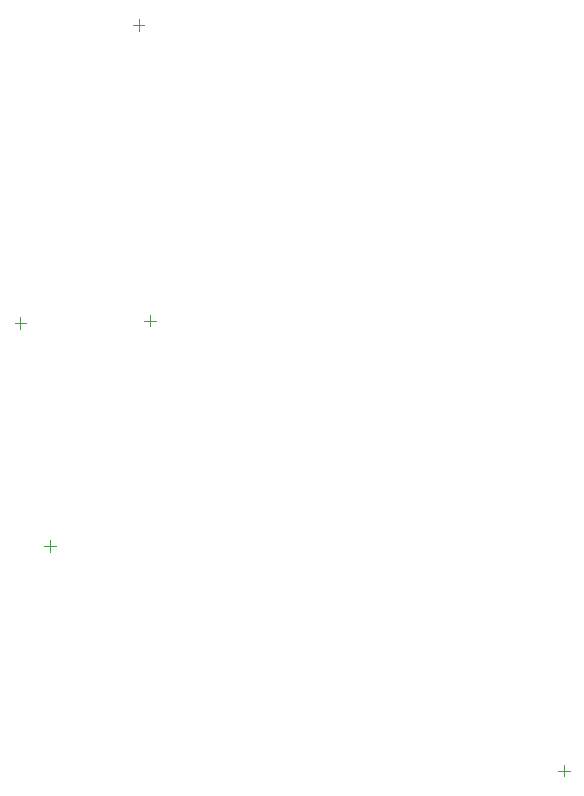
<source format=gbr>
G04*
G04 #@! TF.GenerationSoftware,Altium Limited,Altium Designer,23.9.2 (47)*
G04*
G04 Layer_Color=32896*
%FSLAX44Y44*%
%MOMM*%
G71*
G04*
G04 #@! TF.SameCoordinates,DC7A7723-1311-43B5-9009-1713E082842B*
G04*
G04*
G04 #@! TF.FilePolarity,Positive*
G04*
G01*
G75*
%ADD13C,0.1000*%
D13*
X135000Y275000D02*
Y285000D01*
X130000Y280000D02*
X140000D01*
X205000Y721000D02*
X215000D01*
X210000Y716000D02*
Y726000D01*
X215000Y471000D02*
X225000D01*
X220000Y466000D02*
Y476000D01*
X105000Y469000D02*
X115000D01*
X110000Y464000D02*
Y474000D01*
X570000Y85000D02*
Y95000D01*
X565000Y90000D02*
X575000D01*
M02*

</source>
